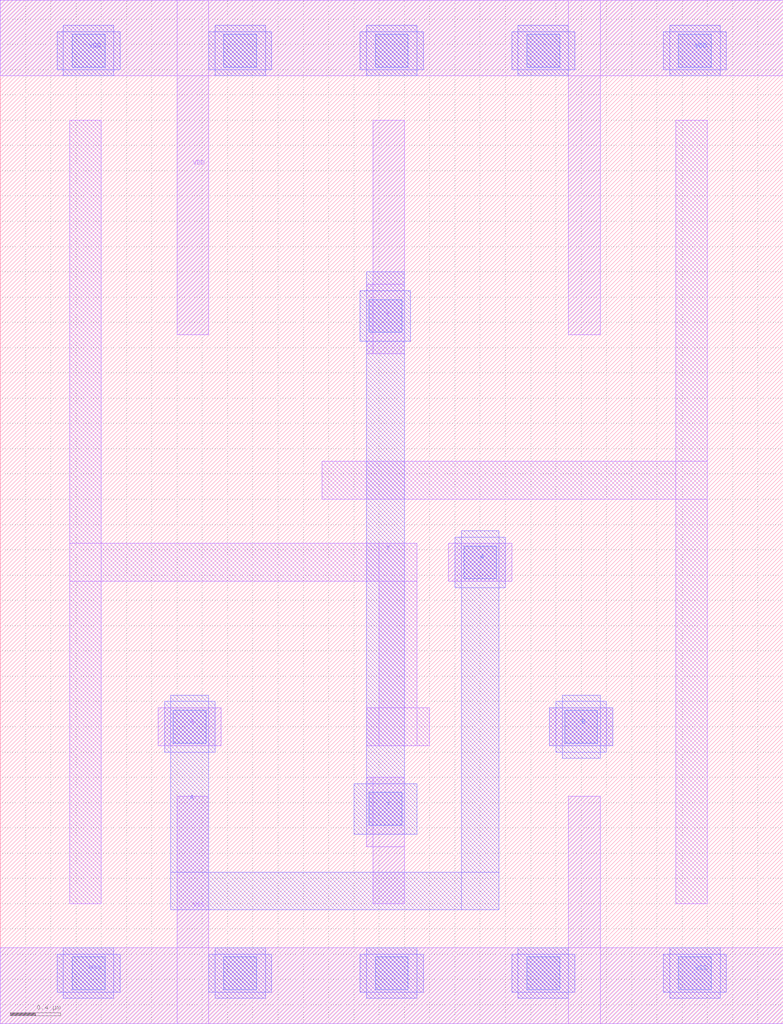
<source format=lef>
# Copyright 2022 Google LLC
# Licensed under the Apache License, Version 2.0 (the "License");
# you may not use this file except in compliance with the License.
# You may obtain a copy of the License at
#
#      http://www.apache.org/licenses/LICENSE-2.0
#
# Unless required by applicable law or agreed to in writing, software
# distributed under the License is distributed on an "AS IS" BASIS,
# WITHOUT WARRANTIES OR CONDITIONS OF ANY KIND, either express or implied.
# See the License for the specific language governing permissions and
# limitations under the License.
VERSION 5.7 ;
BUSBITCHARS "[]" ;
DIVIDERCHAR "/" ;

MACRO gf180mcu_osu_sc_12T_xnor2_1
  CLASS CORE ;
  ORIGIN 0 0.15 ;
  FOREIGN gf180mcu_osu_sc_12T_xnor2_1 0 -0.15 ;
  SIZE 6.2 BY 8.1 ;
  SYMMETRY X Y ;
  SITE 12T ;
  PIN A
    DIRECTION INPUT ;
    USE SIGNAL ;
    PORT
      LAYER MET1 ;
        RECT 3.55 3.35 4.05 3.65 ;
        RECT 1.25 2.05 1.75 2.35 ;
      LAYER MET2 ;
        RECT 3.6 3.3 4 3.7 ;
        RECT 3.65 0.75 3.95 3.75 ;
        RECT 1.35 0.75 3.95 1.05 ;
        RECT 1.3 2 1.7 2.4 ;
        RECT 1.35 0.75 1.65 2.45 ;
      LAYER VIA12 ;
        RECT 1.37 2.07 1.63 2.33 ;
        RECT 3.67 3.37 3.93 3.63 ;
    END
  END A
  PIN B
    DIRECTION INPUT ;
    USE SIGNAL ;
    PORT
      LAYER MET1 ;
        RECT 4.35 2.05 4.85 2.35 ;
      LAYER MET2 ;
        RECT 4.35 2.05 4.85 2.35 ;
        RECT 4.4 2 4.8 2.4 ;
        RECT 4.45 1.95 4.75 2.45 ;
      LAYER VIA12 ;
        RECT 4.47 2.07 4.73 2.33 ;
    END
  END B
  PIN VDD
    DIRECTION INOUT ;
    USE POWER ;
    SHAPE ABUTMENT ;
    PORT
      LAYER MET1 ;
        RECT 0 7.35 6.2 7.95 ;
        RECT 4.5 5.3 4.75 7.95 ;
        RECT 1.4 5.3 1.65 7.95 ;
      LAYER MET2 ;
        RECT 5.25 7.4 5.75 7.7 ;
        RECT 5.3 7.35 5.7 7.75 ;
        RECT 4.05 7.4 4.55 7.7 ;
        RECT 4.1 7.35 4.5 7.75 ;
        RECT 2.85 7.4 3.35 7.7 ;
        RECT 2.9 7.35 3.3 7.75 ;
        RECT 1.65 7.4 2.15 7.7 ;
        RECT 1.7 7.35 2.1 7.75 ;
        RECT 0.45 7.4 0.95 7.7 ;
        RECT 0.5 7.35 0.9 7.75 ;
      LAYER VIA12 ;
        RECT 0.57 7.42 0.83 7.68 ;
        RECT 1.77 7.42 2.03 7.68 ;
        RECT 2.97 7.42 3.23 7.68 ;
        RECT 4.17 7.42 4.43 7.68 ;
        RECT 5.37 7.42 5.63 7.68 ;
    END
  END VDD
  PIN VSS
    DIRECTION INOUT ;
    USE GROUND ;
    PORT
      LAYER MET1 ;
        RECT 0 -0.15 6.2 0.45 ;
        RECT 4.5 -0.15 4.75 1.65 ;
        RECT 1.4 -0.15 1.65 1.65 ;
      LAYER MET2 ;
        RECT 5.25 0.1 5.75 0.4 ;
        RECT 5.3 0.05 5.7 0.45 ;
        RECT 4.05 0.1 4.55 0.4 ;
        RECT 4.1 0.05 4.5 0.45 ;
        RECT 2.85 0.1 3.35 0.4 ;
        RECT 2.9 0.05 3.3 0.45 ;
        RECT 1.65 0.1 2.15 0.4 ;
        RECT 1.7 0.05 2.1 0.45 ;
        RECT 0.45 0.1 0.95 0.4 ;
        RECT 0.5 0.05 0.9 0.45 ;
      LAYER VIA12 ;
        RECT 0.57 0.12 0.83 0.38 ;
        RECT 1.77 0.12 2.03 0.38 ;
        RECT 2.97 0.12 3.23 0.38 ;
        RECT 4.17 0.12 4.43 0.38 ;
        RECT 5.37 0.12 5.63 0.38 ;
    END
  END VSS
  PIN Y
    DIRECTION OUTPUT ;
    USE SIGNAL ;
    PORT
      LAYER MET1 ;
        RECT 2.9 1.25 3.2 1.8 ;
        RECT 2.95 0.8 3.2 1.8 ;
        RECT 2.95 5.15 3.2 7 ;
        RECT 2.9 5.15 3.2 5.7 ;
      LAYER MET2 ;
        RECT 2.8 1.35 3.3 1.75 ;
        RECT 2.85 5.25 3.25 5.65 ;
        RECT 2.9 1.35 3.2 5.8 ;
      LAYER VIA12 ;
        RECT 2.92 5.32 3.18 5.58 ;
        RECT 2.92 1.42 3.18 1.68 ;
    END
  END Y
  OBS
    LAYER MET1 ;
      RECT 5.35 0.8 5.6 7 ;
      RECT 2.55 4 5.6 4.3 ;
      RECT 0.55 0.8 0.8 7 ;
      RECT 0.55 3.35 3.3 3.65 ;
      RECT 3 2.05 3.3 3.65 ;
      RECT 2.9 2.05 3.4 2.35 ;
  END
END gf180mcu_osu_sc_12T_xnor2_1

</source>
